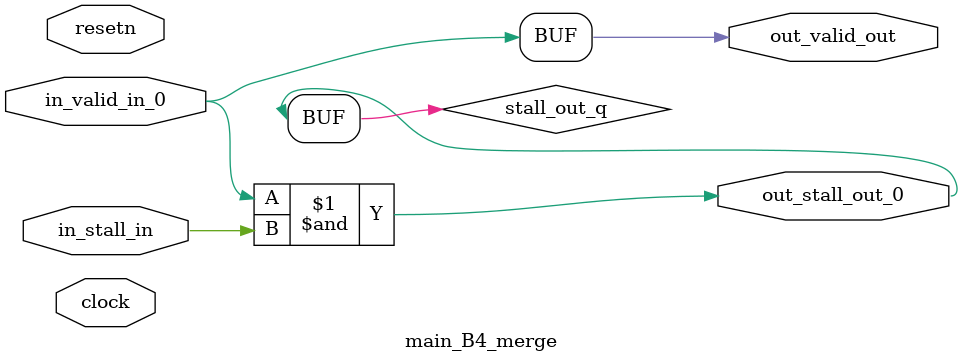
<source format=sv>



(* altera_attribute = "-name AUTO_SHIFT_REGISTER_RECOGNITION OFF; -name MESSAGE_DISABLE 10036; -name MESSAGE_DISABLE 10037; -name MESSAGE_DISABLE 14130; -name MESSAGE_DISABLE 14320; -name MESSAGE_DISABLE 15400; -name MESSAGE_DISABLE 14130; -name MESSAGE_DISABLE 10036; -name MESSAGE_DISABLE 12020; -name MESSAGE_DISABLE 12030; -name MESSAGE_DISABLE 12010; -name MESSAGE_DISABLE 12110; -name MESSAGE_DISABLE 14320; -name MESSAGE_DISABLE 13410; -name MESSAGE_DISABLE 113007; -name MESSAGE_DISABLE 10958" *)
module main_B4_merge (
    input wire [0:0] in_stall_in,
    input wire [0:0] in_valid_in_0,
    output wire [0:0] out_stall_out_0,
    output wire [0:0] out_valid_out,
    input wire clock,
    input wire resetn
    );

    wire [0:0] stall_out_q;


    // stall_out(LOGICAL,6)
    assign stall_out_q = in_valid_in_0 & in_stall_in;

    // out_stall_out_0(GPOUT,4)
    assign out_stall_out_0 = stall_out_q;

    // out_valid_out(GPOUT,5)
    assign out_valid_out = in_valid_in_0;

endmodule

</source>
